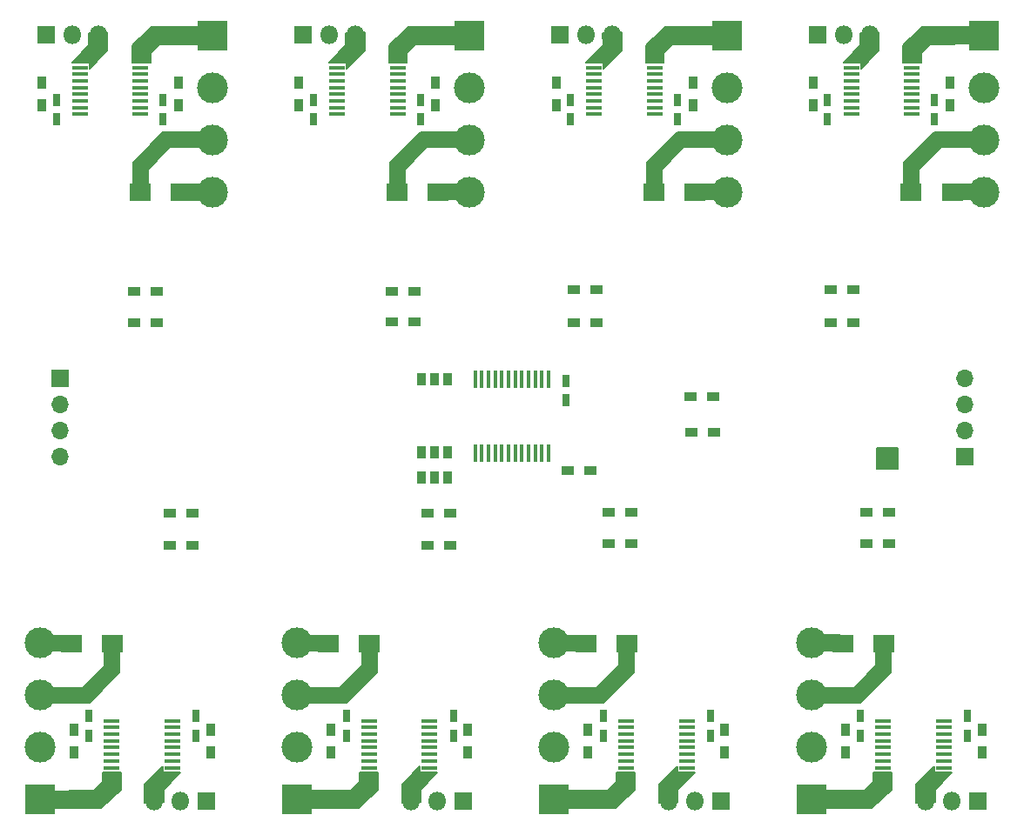
<source format=gbr>
G04 #@! TF.GenerationSoftware,KiCad,Pcbnew,(5.0.0-rc2-dev-206-ge4d512a29)*
G04 #@! TF.CreationDate,2018-03-29T18:07:49+02:00*
G04 #@! TF.ProjectId,Koczon,4B6F637A6F6E2E6B696361645F706362,1*
G04 #@! TF.SameCoordinates,Original*
G04 #@! TF.FileFunction,Soldermask,Bot*
G04 #@! TF.FilePolarity,Negative*
%FSLAX46Y46*%
G04 Gerber Fmt 4.6, Leading zero omitted, Abs format (unit mm)*
G04 Created by KiCad (PCBNEW (5.0.0-rc2-dev-206-ge4d512a29)) date 03/29/18 18:07:49*
%MOMM*%
%LPD*%
G01*
G04 APERTURE LIST*
%ADD10C,0.150000*%
%ADD11R,0.970000X1.270000*%
%ADD12C,3.000000*%
%ADD13R,3.000000X3.000000*%
%ADD14R,2.000000X1.700000*%
%ADD15R,1.700000X1.700000*%
%ADD16O,1.700000X1.700000*%
%ADD17R,0.450000X1.750000*%
%ADD18R,0.750000X1.200000*%
%ADD19R,1.200000X0.900000*%
%ADD20O,1.800000X1.800000*%
%ADD21R,1.800000X1.800000*%
%ADD22R,0.900000X1.200000*%
%ADD23R,1.500000X0.450000*%
G04 APERTURE END LIST*
D10*
G36*
X183878000Y-92752906D02*
X185878000Y-92752906D01*
X185878000Y-90752906D01*
X183878000Y-90752906D01*
X183878000Y-92752906D01*
G37*
X183878000Y-92752906D02*
X185878000Y-92752906D01*
X185878000Y-90752906D01*
X183878000Y-90752906D01*
X183878000Y-92752906D01*
G36*
X157238000Y-50306718D02*
X157258000Y-51479812D01*
X155608000Y-53179812D01*
X155658000Y-53229812D01*
X157308000Y-53229812D01*
X157308000Y-53779812D01*
X159058000Y-52029812D01*
X159058000Y-50279812D01*
X157238000Y-50306718D01*
G37*
X157238000Y-50306718D02*
X157258000Y-51479812D01*
X155608000Y-53179812D01*
X155658000Y-53229812D01*
X157308000Y-53229812D01*
X157308000Y-53779812D01*
X159058000Y-52029812D01*
X159058000Y-50279812D01*
X157238000Y-50306718D01*
G36*
X162958000Y-65102906D02*
X162958000Y-63602906D01*
X165108000Y-61452906D01*
X169508000Y-61452906D01*
X169508000Y-60002906D01*
X166058000Y-60002906D01*
X164458000Y-60002906D01*
X161508000Y-62952906D01*
X161508000Y-65102906D01*
X162958000Y-65102906D01*
G37*
X162958000Y-65102906D02*
X162958000Y-63602906D01*
X165108000Y-61452906D01*
X169508000Y-61452906D01*
X169508000Y-60002906D01*
X166058000Y-60002906D01*
X164458000Y-60002906D01*
X161508000Y-62952906D01*
X161508000Y-65102906D01*
X162958000Y-65102906D01*
G36*
X168528000Y-66529812D02*
X166478000Y-66529812D01*
X166478000Y-65029812D01*
X168528000Y-65029812D01*
X168528000Y-66529812D01*
G37*
X168528000Y-66529812D02*
X166478000Y-66529812D01*
X166478000Y-65029812D01*
X168528000Y-65029812D01*
X168528000Y-66529812D01*
G36*
X143528000Y-66529812D02*
X141478000Y-66529812D01*
X141478000Y-65029812D01*
X143528000Y-65029812D01*
X143528000Y-66529812D01*
G37*
X143528000Y-66529812D02*
X141478000Y-66529812D01*
X141478000Y-65029812D01*
X143528000Y-65029812D01*
X143528000Y-66529812D01*
G36*
X137978000Y-65102906D02*
X137978000Y-63602906D01*
X140128000Y-61452906D01*
X144528000Y-61452906D01*
X144528000Y-60002906D01*
X141078000Y-60002906D01*
X139478000Y-60002906D01*
X136528000Y-62952906D01*
X136528000Y-65102906D01*
X137978000Y-65102906D01*
G37*
X137978000Y-65102906D02*
X137978000Y-63602906D01*
X140128000Y-61452906D01*
X144528000Y-61452906D01*
X144528000Y-60002906D01*
X141078000Y-60002906D01*
X139478000Y-60002906D01*
X136528000Y-62952906D01*
X136528000Y-65102906D01*
X137978000Y-65102906D01*
G36*
X112978000Y-65102906D02*
X112978000Y-63602906D01*
X115128000Y-61452906D01*
X119528000Y-61452906D01*
X119528000Y-60002906D01*
X116078000Y-60002906D01*
X114478000Y-60002906D01*
X111528000Y-62952906D01*
X111528000Y-65102906D01*
X112978000Y-65102906D01*
G37*
X112978000Y-65102906D02*
X112978000Y-63602906D01*
X115128000Y-61452906D01*
X119528000Y-61452906D01*
X119528000Y-60002906D01*
X116078000Y-60002906D01*
X114478000Y-60002906D01*
X111528000Y-62952906D01*
X111528000Y-65102906D01*
X112978000Y-65102906D01*
G36*
X182238000Y-50306718D02*
X182258000Y-51479812D01*
X180608000Y-53179812D01*
X180658000Y-53229812D01*
X182308000Y-53229812D01*
X182308000Y-53779812D01*
X184058000Y-52029812D01*
X184058000Y-50279812D01*
X182238000Y-50306718D01*
G37*
X182238000Y-50306718D02*
X182258000Y-51479812D01*
X180608000Y-53179812D01*
X180658000Y-53229812D01*
X182308000Y-53229812D01*
X182308000Y-53779812D01*
X184058000Y-52029812D01*
X184058000Y-50279812D01*
X182238000Y-50306718D01*
G36*
X187958000Y-65079812D02*
X187958000Y-63579812D01*
X190108000Y-61429812D01*
X194508000Y-61429812D01*
X194508000Y-59979812D01*
X191058000Y-59979812D01*
X189458000Y-59979812D01*
X186508000Y-62929812D01*
X186508000Y-65079812D01*
X187958000Y-65079812D01*
G37*
X187958000Y-65079812D02*
X187958000Y-63579812D01*
X190108000Y-61429812D01*
X194508000Y-61429812D01*
X194508000Y-59979812D01*
X191058000Y-59979812D01*
X189458000Y-59979812D01*
X186508000Y-62929812D01*
X186508000Y-65079812D01*
X187958000Y-65079812D01*
G36*
X193508000Y-66529812D02*
X191458000Y-66529812D01*
X191458000Y-65029812D01*
X193508000Y-65029812D01*
X193508000Y-66529812D01*
G37*
X193508000Y-66529812D02*
X191458000Y-66529812D01*
X191458000Y-65029812D01*
X193508000Y-65029812D01*
X193508000Y-66529812D01*
G36*
X193958000Y-51379812D02*
X189008000Y-51429812D01*
X188158000Y-52279812D01*
X188158000Y-53179812D01*
X186408000Y-53179812D01*
X186408000Y-51529812D01*
X188308000Y-49729812D01*
X193958000Y-49729812D01*
X193958000Y-51379812D01*
G37*
X193958000Y-51379812D02*
X189008000Y-51429812D01*
X188158000Y-52279812D01*
X188158000Y-53179812D01*
X186408000Y-53179812D01*
X186408000Y-51529812D01*
X188308000Y-49729812D01*
X193958000Y-49729812D01*
X193958000Y-51379812D01*
G36*
X119028000Y-51402906D02*
X114078000Y-51452906D01*
X113228000Y-52302906D01*
X113228000Y-53202906D01*
X111478000Y-53202906D01*
X111478000Y-51552906D01*
X113378000Y-49752906D01*
X119028000Y-49752906D01*
X119028000Y-51402906D01*
G37*
X119028000Y-51402906D02*
X114078000Y-51452906D01*
X113228000Y-52302906D01*
X113228000Y-53202906D01*
X111478000Y-53202906D01*
X111478000Y-51552906D01*
X113378000Y-49752906D01*
X119028000Y-49752906D01*
X119028000Y-51402906D01*
G36*
X143978000Y-51402906D02*
X139028000Y-51452906D01*
X138178000Y-52302906D01*
X138178000Y-53202906D01*
X136428000Y-53202906D01*
X136428000Y-51552906D01*
X138328000Y-49752906D01*
X143978000Y-49752906D01*
X143978000Y-51402906D01*
G37*
X143978000Y-51402906D02*
X139028000Y-51452906D01*
X138178000Y-52302906D01*
X138178000Y-53202906D01*
X136428000Y-53202906D01*
X136428000Y-51552906D01*
X138328000Y-49752906D01*
X143978000Y-49752906D01*
X143978000Y-51402906D01*
G36*
X168958000Y-51402906D02*
X164008000Y-51452906D01*
X163158000Y-52302906D01*
X163158000Y-53202906D01*
X161408000Y-53202906D01*
X161408000Y-51552906D01*
X163308000Y-49752906D01*
X168958000Y-49752906D01*
X168958000Y-51402906D01*
G37*
X168958000Y-51402906D02*
X164008000Y-51452906D01*
X163158000Y-52302906D01*
X163158000Y-53202906D01*
X161408000Y-53202906D01*
X161408000Y-51552906D01*
X163308000Y-49752906D01*
X168958000Y-49752906D01*
X168958000Y-51402906D01*
G36*
X107238000Y-50306718D02*
X107258000Y-51479812D01*
X105608000Y-53179812D01*
X105658000Y-53229812D01*
X107308000Y-53229812D01*
X107308000Y-53779812D01*
X109058000Y-52029812D01*
X109058000Y-50279812D01*
X107238000Y-50306718D01*
G37*
X107238000Y-50306718D02*
X107258000Y-51479812D01*
X105608000Y-53179812D01*
X105658000Y-53229812D01*
X107308000Y-53229812D01*
X107308000Y-53779812D01*
X109058000Y-52029812D01*
X109058000Y-50279812D01*
X107238000Y-50306718D01*
G36*
X132238000Y-50306718D02*
X132258000Y-51479812D01*
X130608000Y-53179812D01*
X130658000Y-53229812D01*
X132308000Y-53229812D01*
X132308000Y-53779812D01*
X134058000Y-52029812D01*
X134058000Y-50279812D01*
X132238000Y-50306718D01*
G37*
X132238000Y-50306718D02*
X132258000Y-51479812D01*
X130608000Y-53179812D01*
X130658000Y-53229812D01*
X132308000Y-53229812D01*
X132308000Y-53779812D01*
X134058000Y-52029812D01*
X134058000Y-50279812D01*
X132238000Y-50306718D01*
G36*
X118528000Y-66552906D02*
X116478000Y-66552906D01*
X116478000Y-65052906D01*
X118528000Y-65052906D01*
X118528000Y-66552906D01*
G37*
X118528000Y-66552906D02*
X116478000Y-66552906D01*
X116478000Y-65052906D01*
X118528000Y-65052906D01*
X118528000Y-66552906D01*
G36*
X178228000Y-108952906D02*
X180278000Y-108952906D01*
X180278000Y-110452906D01*
X178228000Y-110452906D01*
X178228000Y-108952906D01*
G37*
X178228000Y-108952906D02*
X180278000Y-108952906D01*
X180278000Y-110452906D01*
X178228000Y-110452906D01*
X178228000Y-108952906D01*
G36*
X153228000Y-108976000D02*
X155278000Y-108976000D01*
X155278000Y-110476000D01*
X153228000Y-110476000D01*
X153228000Y-108976000D01*
G37*
X153228000Y-108976000D02*
X155278000Y-108976000D01*
X155278000Y-110476000D01*
X153228000Y-110476000D01*
X153228000Y-108976000D01*
G36*
X128228000Y-108976000D02*
X130278000Y-108976000D01*
X130278000Y-110476000D01*
X128228000Y-110476000D01*
X128228000Y-108976000D01*
G37*
X128228000Y-108976000D02*
X130278000Y-108976000D01*
X130278000Y-110476000D01*
X128228000Y-110476000D01*
X128228000Y-108976000D01*
G36*
X183778000Y-110402906D02*
X183778000Y-111902906D01*
X181628000Y-114052906D01*
X177228000Y-114052906D01*
X177228000Y-115502906D01*
X180678000Y-115502906D01*
X182278000Y-115502906D01*
X185228000Y-112552906D01*
X185228000Y-110402906D01*
X183778000Y-110402906D01*
G37*
X183778000Y-110402906D02*
X183778000Y-111902906D01*
X181628000Y-114052906D01*
X177228000Y-114052906D01*
X177228000Y-115502906D01*
X180678000Y-115502906D01*
X182278000Y-115502906D01*
X185228000Y-112552906D01*
X185228000Y-110402906D01*
X183778000Y-110402906D01*
G36*
X158778000Y-110402906D02*
X158778000Y-111902906D01*
X156628000Y-114052906D01*
X152228000Y-114052906D01*
X152228000Y-115502906D01*
X155678000Y-115502906D01*
X157278000Y-115502906D01*
X160228000Y-112552906D01*
X160228000Y-110402906D01*
X158778000Y-110402906D01*
G37*
X158778000Y-110402906D02*
X158778000Y-111902906D01*
X156628000Y-114052906D01*
X152228000Y-114052906D01*
X152228000Y-115502906D01*
X155678000Y-115502906D01*
X157278000Y-115502906D01*
X160228000Y-112552906D01*
X160228000Y-110402906D01*
X158778000Y-110402906D01*
G36*
X133798000Y-110402906D02*
X133798000Y-111902906D01*
X131648000Y-114052906D01*
X127248000Y-114052906D01*
X127248000Y-115502906D01*
X130698000Y-115502906D01*
X132298000Y-115502906D01*
X135248000Y-112552906D01*
X135248000Y-110402906D01*
X133798000Y-110402906D01*
G37*
X133798000Y-110402906D02*
X133798000Y-111902906D01*
X131648000Y-114052906D01*
X127248000Y-114052906D01*
X127248000Y-115502906D01*
X130698000Y-115502906D01*
X132298000Y-115502906D01*
X135248000Y-112552906D01*
X135248000Y-110402906D01*
X133798000Y-110402906D01*
G36*
X177728000Y-124102906D02*
X182678000Y-124052906D01*
X183528000Y-123202906D01*
X183528000Y-122302906D01*
X185278000Y-122302906D01*
X185278000Y-123952906D01*
X183378000Y-125752906D01*
X177728000Y-125752906D01*
X177728000Y-124102906D01*
G37*
X177728000Y-124102906D02*
X182678000Y-124052906D01*
X183528000Y-123202906D01*
X183528000Y-122302906D01*
X185278000Y-122302906D01*
X185278000Y-123952906D01*
X183378000Y-125752906D01*
X177728000Y-125752906D01*
X177728000Y-124102906D01*
G36*
X152778000Y-124102906D02*
X157728000Y-124052906D01*
X158578000Y-123202906D01*
X158578000Y-122302906D01*
X160328000Y-122302906D01*
X160328000Y-123952906D01*
X158428000Y-125752906D01*
X152778000Y-125752906D01*
X152778000Y-124102906D01*
G37*
X152778000Y-124102906D02*
X157728000Y-124052906D01*
X158578000Y-123202906D01*
X158578000Y-122302906D01*
X160328000Y-122302906D01*
X160328000Y-123952906D01*
X158428000Y-125752906D01*
X152778000Y-125752906D01*
X152778000Y-124102906D01*
G36*
X127798000Y-124102906D02*
X132748000Y-124052906D01*
X133598000Y-123202906D01*
X133598000Y-122302906D01*
X135348000Y-122302906D01*
X135348000Y-123952906D01*
X133448000Y-125752906D01*
X127798000Y-125752906D01*
X127798000Y-124102906D01*
G37*
X127798000Y-124102906D02*
X132748000Y-124052906D01*
X133598000Y-123202906D01*
X133598000Y-122302906D01*
X135348000Y-122302906D01*
X135348000Y-123952906D01*
X133448000Y-125752906D01*
X127798000Y-125752906D01*
X127798000Y-124102906D01*
G36*
X189518000Y-125199094D02*
X189498000Y-124026000D01*
X191148000Y-122326000D01*
X191098000Y-122276000D01*
X189448000Y-122276000D01*
X189448000Y-121726000D01*
X187698000Y-123476000D01*
X187698000Y-125226000D01*
X189518000Y-125199094D01*
G37*
X189518000Y-125199094D02*
X189498000Y-124026000D01*
X191148000Y-122326000D01*
X191098000Y-122276000D01*
X189448000Y-122276000D01*
X189448000Y-121726000D01*
X187698000Y-123476000D01*
X187698000Y-125226000D01*
X189518000Y-125199094D01*
G36*
X164518000Y-125199094D02*
X164498000Y-124026000D01*
X166148000Y-122326000D01*
X166098000Y-122276000D01*
X164448000Y-122276000D01*
X164448000Y-121726000D01*
X162698000Y-123476000D01*
X162698000Y-125226000D01*
X164518000Y-125199094D01*
G37*
X164518000Y-125199094D02*
X164498000Y-124026000D01*
X166148000Y-122326000D01*
X166098000Y-122276000D01*
X164448000Y-122276000D01*
X164448000Y-121726000D01*
X162698000Y-123476000D01*
X162698000Y-125226000D01*
X164518000Y-125199094D01*
G36*
X139518000Y-125199094D02*
X139498000Y-124026000D01*
X141148000Y-122326000D01*
X141098000Y-122276000D01*
X139448000Y-122276000D01*
X139448000Y-121726000D01*
X137698000Y-123476000D01*
X137698000Y-125226000D01*
X139518000Y-125199094D01*
G37*
X139518000Y-125199094D02*
X139498000Y-124026000D01*
X141148000Y-122326000D01*
X141098000Y-122276000D01*
X139448000Y-122276000D01*
X139448000Y-121726000D01*
X137698000Y-123476000D01*
X137698000Y-125226000D01*
X139518000Y-125199094D01*
G36*
X102798000Y-124126000D02*
X107748000Y-124076000D01*
X108598000Y-123226000D01*
X108598000Y-122326000D01*
X110348000Y-122326000D01*
X110348000Y-123976000D01*
X108448000Y-125776000D01*
X102798000Y-125776000D01*
X102798000Y-124126000D01*
G37*
X102798000Y-124126000D02*
X107748000Y-124076000D01*
X108598000Y-123226000D01*
X108598000Y-122326000D01*
X110348000Y-122326000D01*
X110348000Y-123976000D01*
X108448000Y-125776000D01*
X102798000Y-125776000D01*
X102798000Y-124126000D01*
G36*
X103248000Y-108976000D02*
X105298000Y-108976000D01*
X105298000Y-110476000D01*
X103248000Y-110476000D01*
X103248000Y-108976000D01*
G37*
X103248000Y-108976000D02*
X105298000Y-108976000D01*
X105298000Y-110476000D01*
X103248000Y-110476000D01*
X103248000Y-108976000D01*
G36*
X108798000Y-110426000D02*
X108798000Y-111926000D01*
X106648000Y-114076000D01*
X102248000Y-114076000D01*
X102248000Y-115526000D01*
X105698000Y-115526000D01*
X107298000Y-115526000D01*
X110248000Y-112576000D01*
X110248000Y-110426000D01*
X108798000Y-110426000D01*
G37*
X108798000Y-110426000D02*
X108798000Y-111926000D01*
X106648000Y-114076000D01*
X102248000Y-114076000D01*
X102248000Y-115526000D01*
X105698000Y-115526000D01*
X107298000Y-115526000D01*
X110248000Y-112576000D01*
X110248000Y-110426000D01*
X108798000Y-110426000D01*
G36*
X114518000Y-125199094D02*
X114498000Y-124026000D01*
X116148000Y-122326000D01*
X116098000Y-122276000D01*
X114448000Y-122276000D01*
X114448000Y-121726000D01*
X112698000Y-123476000D01*
X112698000Y-125226000D01*
X114518000Y-125199094D01*
G37*
X114518000Y-125199094D02*
X114498000Y-124026000D01*
X116148000Y-122326000D01*
X116098000Y-122276000D01*
X114448000Y-122276000D01*
X114448000Y-121726000D01*
X112698000Y-123476000D01*
X112698000Y-125226000D01*
X114518000Y-125199094D01*
D11*
X139608000Y-91102906D03*
X140878000Y-91102906D03*
X142148000Y-91102906D03*
X142148000Y-84052906D03*
X140878000Y-84052906D03*
X139608000Y-84052906D03*
X139608000Y-93552906D03*
X140878000Y-93552906D03*
X142148000Y-93552906D03*
D12*
X102478000Y-109712906D03*
D13*
X102478000Y-124952906D03*
D12*
X102478000Y-114792906D03*
X102478000Y-119872906D03*
D14*
X141210142Y-65779812D03*
X137210142Y-65779812D03*
X162210142Y-65779812D03*
X166210142Y-65779812D03*
X116210142Y-65779812D03*
X112210142Y-65779812D03*
X187210142Y-65779812D03*
X191210142Y-65779812D03*
X180548000Y-109726000D03*
X184548000Y-109726000D03*
X109548000Y-109726000D03*
X105548000Y-109726000D03*
X155548000Y-109726000D03*
X159548000Y-109726000D03*
X134548000Y-109726000D03*
X130548000Y-109726000D03*
D15*
X104448000Y-83926000D03*
D16*
X104448000Y-86466000D03*
X104448000Y-89006000D03*
X104448000Y-91546000D03*
D15*
X192448000Y-91526000D03*
D16*
X192448000Y-88986000D03*
X192448000Y-86446000D03*
X192448000Y-83906000D03*
D17*
X151953000Y-84052906D03*
X151303000Y-84052906D03*
X150653000Y-84052906D03*
X150003000Y-84052906D03*
X149353000Y-84052906D03*
X148703000Y-84052906D03*
X148053000Y-84052906D03*
X147403000Y-84052906D03*
X146753000Y-84052906D03*
X146103000Y-84052906D03*
X145453000Y-84052906D03*
X144803000Y-84052906D03*
X144803000Y-91252906D03*
X145453000Y-91252906D03*
X146103000Y-91252906D03*
X146753000Y-91252906D03*
X147403000Y-91252906D03*
X148053000Y-91252906D03*
X148703000Y-91252906D03*
X149353000Y-91252906D03*
X150003000Y-91252906D03*
X150653000Y-91252906D03*
X151303000Y-91252906D03*
X151953000Y-91252906D03*
D18*
X153648000Y-86076000D03*
X153648000Y-84176000D03*
D19*
X165748000Y-85726000D03*
X167948000Y-85726000D03*
X165848000Y-89226000D03*
X168048000Y-89226000D03*
X153848000Y-92926000D03*
X156048000Y-92926000D03*
X142348000Y-100226000D03*
X140148000Y-100226000D03*
D12*
X127478000Y-109712906D03*
D13*
X127478000Y-124952906D03*
D12*
X127478000Y-114792906D03*
X127478000Y-119872906D03*
D20*
X113598000Y-125052906D03*
X116138000Y-125052906D03*
D21*
X118678000Y-125052906D03*
D18*
X117678000Y-116802906D03*
X117678000Y-118702906D03*
X107278000Y-118702906D03*
X107278000Y-116802906D03*
D22*
X119078000Y-120352906D03*
X119078000Y-118152906D03*
D18*
X142678000Y-116802906D03*
X142678000Y-118702906D03*
X132278000Y-118702906D03*
X132278000Y-116802906D03*
X167678000Y-116802906D03*
X167678000Y-118702906D03*
X157278000Y-118702906D03*
X157278000Y-116802906D03*
X192678000Y-116802906D03*
X192678000Y-118702906D03*
X182278000Y-118702906D03*
X182278000Y-116802906D03*
X179080142Y-58702906D03*
X179080142Y-56802906D03*
X189480142Y-56802906D03*
X189480142Y-58702906D03*
X154080142Y-58702906D03*
X154080142Y-56802906D03*
X164480142Y-56802906D03*
X164480142Y-58702906D03*
X129080142Y-58702906D03*
X129080142Y-56802906D03*
X139480142Y-56802906D03*
X139480142Y-58702906D03*
X104080142Y-58702906D03*
X104080142Y-56802906D03*
X114480142Y-56802906D03*
X114480142Y-58702906D03*
D12*
X152478000Y-109712906D03*
D13*
X152478000Y-124952906D03*
D12*
X152478000Y-114792906D03*
X152478000Y-119872906D03*
X177478000Y-109712906D03*
D13*
X177478000Y-124952906D03*
D12*
X177478000Y-114792906D03*
X177478000Y-119872906D03*
X194280142Y-65792906D03*
D13*
X194280142Y-50552906D03*
D12*
X194280142Y-60712906D03*
X194280142Y-55632906D03*
X169280142Y-65792906D03*
D13*
X169280142Y-50552906D03*
D12*
X169280142Y-60712906D03*
X169280142Y-55632906D03*
X144280142Y-65792906D03*
D13*
X144280142Y-50552906D03*
D12*
X144280142Y-60712906D03*
X144280142Y-55632906D03*
X119280142Y-65792906D03*
D13*
X119280142Y-50552906D03*
D12*
X119280142Y-60712906D03*
X119280142Y-55632906D03*
D20*
X138598000Y-125052906D03*
X141138000Y-125052906D03*
D21*
X143678000Y-125052906D03*
D20*
X163598000Y-125052906D03*
X166138000Y-125052906D03*
D21*
X168678000Y-125052906D03*
D20*
X188598000Y-125052906D03*
X191138000Y-125052906D03*
D21*
X193678000Y-125052906D03*
D20*
X183160142Y-50452906D03*
X180620142Y-50452906D03*
D21*
X178080142Y-50452906D03*
D20*
X158160142Y-50452906D03*
X155620142Y-50452906D03*
D21*
X153080142Y-50452906D03*
D20*
X133160142Y-50452906D03*
X130620142Y-50452906D03*
D21*
X128080142Y-50452906D03*
D20*
X108160142Y-50452906D03*
X105620142Y-50452906D03*
D21*
X103080142Y-50452906D03*
D22*
X144078000Y-120352906D03*
X144078000Y-118152906D03*
X130778000Y-118152906D03*
X130778000Y-120352906D03*
X169078000Y-120352906D03*
X169078000Y-118152906D03*
X155778000Y-118152906D03*
X155778000Y-120352906D03*
X194078000Y-120352906D03*
X194078000Y-118152906D03*
X180778000Y-118152906D03*
X180778000Y-120352906D03*
X177680142Y-55152906D03*
X177680142Y-57352906D03*
X190980142Y-57352906D03*
X190980142Y-55152906D03*
X152680142Y-55152906D03*
X152680142Y-57352906D03*
X165980142Y-57352906D03*
X165980142Y-55152906D03*
X127680142Y-55152906D03*
X127680142Y-57352906D03*
X140980142Y-57352906D03*
X140980142Y-55152906D03*
X102680142Y-55152906D03*
X102680142Y-57352906D03*
X115980142Y-57352906D03*
X115980142Y-55152906D03*
D23*
X115378000Y-121827906D03*
X115378000Y-121177906D03*
X115378000Y-120527906D03*
X115378000Y-119877906D03*
X115378000Y-119227906D03*
X115378000Y-118577906D03*
X115378000Y-117927906D03*
X115378000Y-117277906D03*
X109478000Y-117277906D03*
X109478000Y-117927906D03*
X109478000Y-118577906D03*
X109478000Y-119227906D03*
X109478000Y-119877906D03*
X109478000Y-120527906D03*
X109478000Y-121177906D03*
X109478000Y-121827906D03*
X140378000Y-121827906D03*
X140378000Y-121177906D03*
X140378000Y-120527906D03*
X140378000Y-119877906D03*
X140378000Y-119227906D03*
X140378000Y-118577906D03*
X140378000Y-117927906D03*
X140378000Y-117277906D03*
X134478000Y-117277906D03*
X134478000Y-117927906D03*
X134478000Y-118577906D03*
X134478000Y-119227906D03*
X134478000Y-119877906D03*
X134478000Y-120527906D03*
X134478000Y-121177906D03*
X134478000Y-121827906D03*
X165378000Y-121827906D03*
X165378000Y-121177906D03*
X165378000Y-120527906D03*
X165378000Y-119877906D03*
X165378000Y-119227906D03*
X165378000Y-118577906D03*
X165378000Y-117927906D03*
X165378000Y-117277906D03*
X159478000Y-117277906D03*
X159478000Y-117927906D03*
X159478000Y-118577906D03*
X159478000Y-119227906D03*
X159478000Y-119877906D03*
X159478000Y-120527906D03*
X159478000Y-121177906D03*
X159478000Y-121827906D03*
X190378000Y-121827906D03*
X190378000Y-121177906D03*
X190378000Y-120527906D03*
X190378000Y-119877906D03*
X190378000Y-119227906D03*
X190378000Y-118577906D03*
X190378000Y-117927906D03*
X190378000Y-117277906D03*
X184478000Y-117277906D03*
X184478000Y-117927906D03*
X184478000Y-118577906D03*
X184478000Y-119227906D03*
X184478000Y-119877906D03*
X184478000Y-120527906D03*
X184478000Y-121177906D03*
X184478000Y-121827906D03*
X181380142Y-53677906D03*
X181380142Y-54327906D03*
X181380142Y-54977906D03*
X181380142Y-55627906D03*
X181380142Y-56277906D03*
X181380142Y-56927906D03*
X181380142Y-57577906D03*
X181380142Y-58227906D03*
X187280142Y-58227906D03*
X187280142Y-57577906D03*
X187280142Y-56927906D03*
X187280142Y-56277906D03*
X187280142Y-55627906D03*
X187280142Y-54977906D03*
X187280142Y-54327906D03*
X187280142Y-53677906D03*
X156380142Y-53677906D03*
X156380142Y-54327906D03*
X156380142Y-54977906D03*
X156380142Y-55627906D03*
X156380142Y-56277906D03*
X156380142Y-56927906D03*
X156380142Y-57577906D03*
X156380142Y-58227906D03*
X162280142Y-58227906D03*
X162280142Y-57577906D03*
X162280142Y-56927906D03*
X162280142Y-56277906D03*
X162280142Y-55627906D03*
X162280142Y-54977906D03*
X162280142Y-54327906D03*
X162280142Y-53677906D03*
X131380142Y-53677906D03*
X131380142Y-54327906D03*
X131380142Y-54977906D03*
X131380142Y-55627906D03*
X131380142Y-56277906D03*
X131380142Y-56927906D03*
X131380142Y-57577906D03*
X131380142Y-58227906D03*
X137280142Y-58227906D03*
X137280142Y-57577906D03*
X137280142Y-56927906D03*
X137280142Y-56277906D03*
X137280142Y-55627906D03*
X137280142Y-54977906D03*
X137280142Y-54327906D03*
X137280142Y-53677906D03*
X106380142Y-53677906D03*
X106380142Y-54327906D03*
X106380142Y-54977906D03*
X106380142Y-55627906D03*
X106380142Y-56277906D03*
X106380142Y-56927906D03*
X106380142Y-57577906D03*
X106380142Y-58227906D03*
X112280142Y-58227906D03*
X112280142Y-57577906D03*
X112280142Y-56927906D03*
X112280142Y-56277906D03*
X112280142Y-55627906D03*
X112280142Y-54977906D03*
X112280142Y-54327906D03*
X112280142Y-53677906D03*
D22*
X105778000Y-118152906D03*
X105778000Y-120352906D03*
D19*
X117348000Y-100226000D03*
X115148000Y-100226000D03*
X117348000Y-97026000D03*
X115148000Y-97026000D03*
X142348000Y-97026000D03*
X140148000Y-97026000D03*
X157828000Y-96952906D03*
X160028000Y-96952906D03*
X157828000Y-100052906D03*
X160028000Y-100052906D03*
X182878000Y-97002906D03*
X185078000Y-97002906D03*
X182828000Y-100002906D03*
X185028000Y-100002906D03*
X179410142Y-75279812D03*
X181610142Y-75279812D03*
X179410142Y-78479812D03*
X181610142Y-78479812D03*
X154410142Y-75279812D03*
X156610142Y-75279812D03*
X154410142Y-78479812D03*
X156610142Y-78479812D03*
X138878000Y-78452906D03*
X136678000Y-78452906D03*
X138878000Y-75452906D03*
X136678000Y-75452906D03*
X113878000Y-78502906D03*
X111678000Y-78502906D03*
X113878000Y-75452906D03*
X111678000Y-75452906D03*
M02*

</source>
